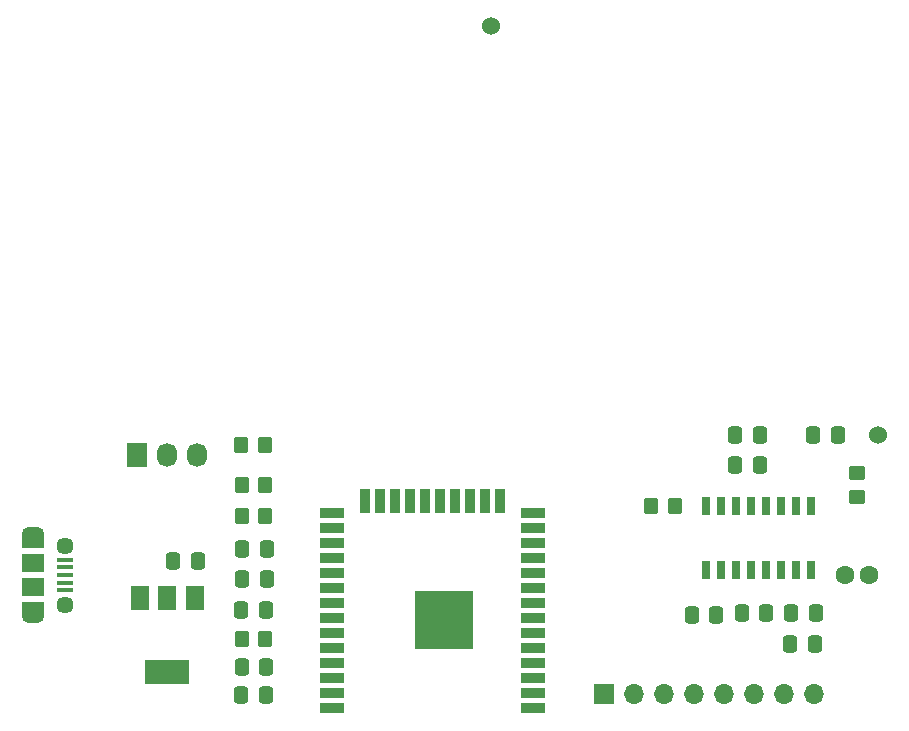
<source format=gts>
%TF.GenerationSoftware,KiCad,Pcbnew,(6.0.7)*%
%TF.CreationDate,2022-10-01T10:05:14-06:00*%
%TF.ProjectId,attiny_rfid_light,61747469-6e79-45f7-9266-69645f6c6967,rev?*%
%TF.SameCoordinates,Original*%
%TF.FileFunction,Soldermask,Top*%
%TF.FilePolarity,Negative*%
%FSLAX46Y46*%
G04 Gerber Fmt 4.6, Leading zero omitted, Abs format (unit mm)*
G04 Created by KiCad (PCBNEW (6.0.7)) date 2022-10-01 10:05:14*
%MOMM*%
%LPD*%
G01*
G04 APERTURE LIST*
G04 Aperture macros list*
%AMRoundRect*
0 Rectangle with rounded corners*
0 $1 Rounding radius*
0 $2 $3 $4 $5 $6 $7 $8 $9 X,Y pos of 4 corners*
0 Add a 4 corners polygon primitive as box body*
4,1,4,$2,$3,$4,$5,$6,$7,$8,$9,$2,$3,0*
0 Add four circle primitives for the rounded corners*
1,1,$1+$1,$2,$3*
1,1,$1+$1,$4,$5*
1,1,$1+$1,$6,$7*
1,1,$1+$1,$8,$9*
0 Add four rect primitives between the rounded corners*
20,1,$1+$1,$2,$3,$4,$5,0*
20,1,$1+$1,$4,$5,$6,$7,0*
20,1,$1+$1,$6,$7,$8,$9,0*
20,1,$1+$1,$8,$9,$2,$3,0*%
G04 Aperture macros list end*
%ADD10R,1.500000X2.000000*%
%ADD11R,3.800000X2.000000*%
%ADD12R,2.000000X0.900000*%
%ADD13R,0.900000X2.000000*%
%ADD14R,5.000000X5.000000*%
%ADD15RoundRect,0.250000X0.450000X-0.350000X0.450000X0.350000X-0.450000X0.350000X-0.450000X-0.350000X0*%
%ADD16RoundRect,0.250000X-0.350000X-0.450000X0.350000X-0.450000X0.350000X0.450000X-0.350000X0.450000X0*%
%ADD17C,1.524000*%
%ADD18R,1.350000X0.400000*%
%ADD19R,1.900000X1.500000*%
%ADD20R,1.900000X1.200000*%
%ADD21O,1.900000X1.200000*%
%ADD22C,1.450000*%
%ADD23R,1.700000X1.700000*%
%ADD24O,1.700000X1.700000*%
%ADD25R,1.730000X2.030000*%
%ADD26O,1.730000X2.030000*%
%ADD27R,0.650000X1.550000*%
%ADD28RoundRect,0.250000X0.337500X0.475000X-0.337500X0.475000X-0.337500X-0.475000X0.337500X-0.475000X0*%
%ADD29RoundRect,0.250000X-0.337500X-0.475000X0.337500X-0.475000X0.337500X0.475000X-0.337500X0.475000X0*%
%ADD30C,1.600000*%
G04 APERTURE END LIST*
D10*
X76440000Y-144170000D03*
X78740000Y-144170000D03*
D11*
X78740000Y-150470000D03*
D10*
X81040000Y-144170000D03*
D12*
X109688200Y-153519800D03*
X109688200Y-152249800D03*
X109688200Y-150979800D03*
X109688200Y-149709800D03*
X109688200Y-148439800D03*
X109688200Y-147169800D03*
X109688200Y-145899800D03*
X109688200Y-144629800D03*
X109688200Y-143359800D03*
X109688200Y-142089800D03*
X109688200Y-140819800D03*
X109688200Y-139549800D03*
X109688200Y-138279800D03*
X109688200Y-137009800D03*
D13*
X106903200Y-136009800D03*
X105633200Y-136009800D03*
X104363200Y-136009800D03*
X103093200Y-136009800D03*
X101823200Y-136009800D03*
X100553200Y-136009800D03*
X99283200Y-136009800D03*
X98013200Y-136009800D03*
X96743200Y-136009800D03*
X95473200Y-136009800D03*
D12*
X92688200Y-137009800D03*
X92688200Y-138279800D03*
X92688200Y-139549800D03*
X92688200Y-140819800D03*
X92688200Y-142089800D03*
X92688200Y-143359800D03*
X92688200Y-144629800D03*
X92688200Y-145899800D03*
X92688200Y-147169800D03*
X92688200Y-148439800D03*
X92688200Y-149709800D03*
X92688200Y-150979800D03*
X92688200Y-152249800D03*
X92688200Y-153519800D03*
D14*
X102188200Y-146019800D03*
D15*
X137160000Y-135620000D03*
X137160000Y-133620000D03*
D16*
X84996600Y-131266900D03*
X86996600Y-131266900D03*
X119696000Y-136403700D03*
X121696000Y-136403700D03*
X85009400Y-134594800D03*
X87009400Y-134594800D03*
X85009400Y-137252500D03*
X87009400Y-137252500D03*
X85007100Y-147633200D03*
X87007100Y-147633200D03*
D17*
X138914696Y-130386600D03*
X106093500Y-95751800D03*
D18*
X70042500Y-140940000D03*
X70042500Y-141590000D03*
X70042500Y-142240000D03*
X70042500Y-142890000D03*
X70042500Y-143540000D03*
D19*
X67342500Y-141240000D03*
D20*
X67342500Y-145140000D03*
D21*
X67342500Y-145740000D03*
D22*
X70042500Y-139740000D03*
D21*
X67342500Y-138740000D03*
D20*
X67342500Y-139340000D03*
D22*
X70042500Y-144740000D03*
D19*
X67342500Y-143240000D03*
D23*
X115658600Y-152313700D03*
D24*
X118198600Y-152313700D03*
X120738600Y-152313700D03*
X123278600Y-152313700D03*
X125818600Y-152313700D03*
X128358600Y-152313700D03*
X130898600Y-152313700D03*
X133438600Y-152313700D03*
D25*
X76200000Y-132080000D03*
D26*
X78740000Y-132080000D03*
X81280000Y-132080000D03*
D27*
X133183500Y-136397000D03*
X131913500Y-136397000D03*
X130643500Y-136397000D03*
X129373500Y-136397000D03*
X128103500Y-136397000D03*
X126833500Y-136397000D03*
X125563500Y-136397000D03*
X124293500Y-136397000D03*
X124293500Y-141847000D03*
X125563500Y-141847000D03*
X126833500Y-141847000D03*
X128103500Y-141847000D03*
X129373500Y-141847000D03*
X130643500Y-141847000D03*
X131913500Y-141847000D03*
X133183500Y-141847000D03*
D28*
X133394700Y-130425800D03*
X135469700Y-130425800D03*
D29*
X133526100Y-148116300D03*
X131451100Y-148116300D03*
X126812200Y-132965800D03*
X128887200Y-132965800D03*
X126812200Y-130425800D03*
X128887200Y-130425800D03*
X79224100Y-141027600D03*
X81299100Y-141027600D03*
X87127700Y-142533900D03*
X85052700Y-142533900D03*
X85052700Y-139993900D03*
X87127700Y-139993900D03*
X125213200Y-145597900D03*
X123138200Y-145597900D03*
X131531100Y-145478000D03*
X133606100Y-145478000D03*
D30*
X138127000Y-142200000D03*
X136127000Y-142200000D03*
D29*
X129446800Y-145478000D03*
X127371800Y-145478000D03*
X84984300Y-152410400D03*
X87059300Y-152410400D03*
X85027500Y-150055400D03*
X87102500Y-150055400D03*
X84965900Y-145173400D03*
X87040900Y-145173400D03*
M02*

</source>
